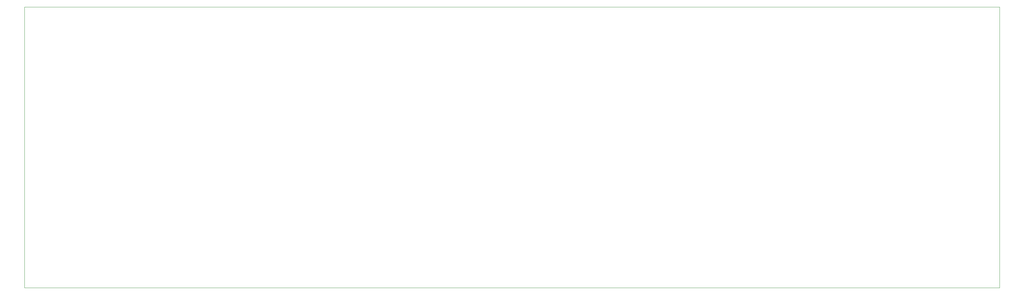
<source format=gbr>
G04 #@! TF.GenerationSoftware,KiCad,Pcbnew,(5.1.5)-3*
G04 #@! TF.CreationDate,2020-12-11T17:42:01+02:00*
G04 #@! TF.ProjectId,Led_matrica,4c65645f-6d61-4747-9269-63612e6b6963,rev?*
G04 #@! TF.SameCoordinates,Original*
G04 #@! TF.FileFunction,Profile,NP*
%FSLAX46Y46*%
G04 Gerber Fmt 4.6, Leading zero omitted, Abs format (unit mm)*
G04 Created by KiCad (PCBNEW (5.1.5)-3) date 2020-12-11 17:42:01*
%MOMM*%
%LPD*%
G04 APERTURE LIST*
%ADD10C,0.100000*%
G04 APERTURE END LIST*
D10*
X265000000Y-15000000D02*
X265000000Y-90000000D01*
X5000000Y-15000000D02*
X265000000Y-15000000D01*
X5000000Y-90000000D02*
X5000000Y-15000000D01*
X265000000Y-90000000D02*
X5000000Y-90000000D01*
M02*

</source>
